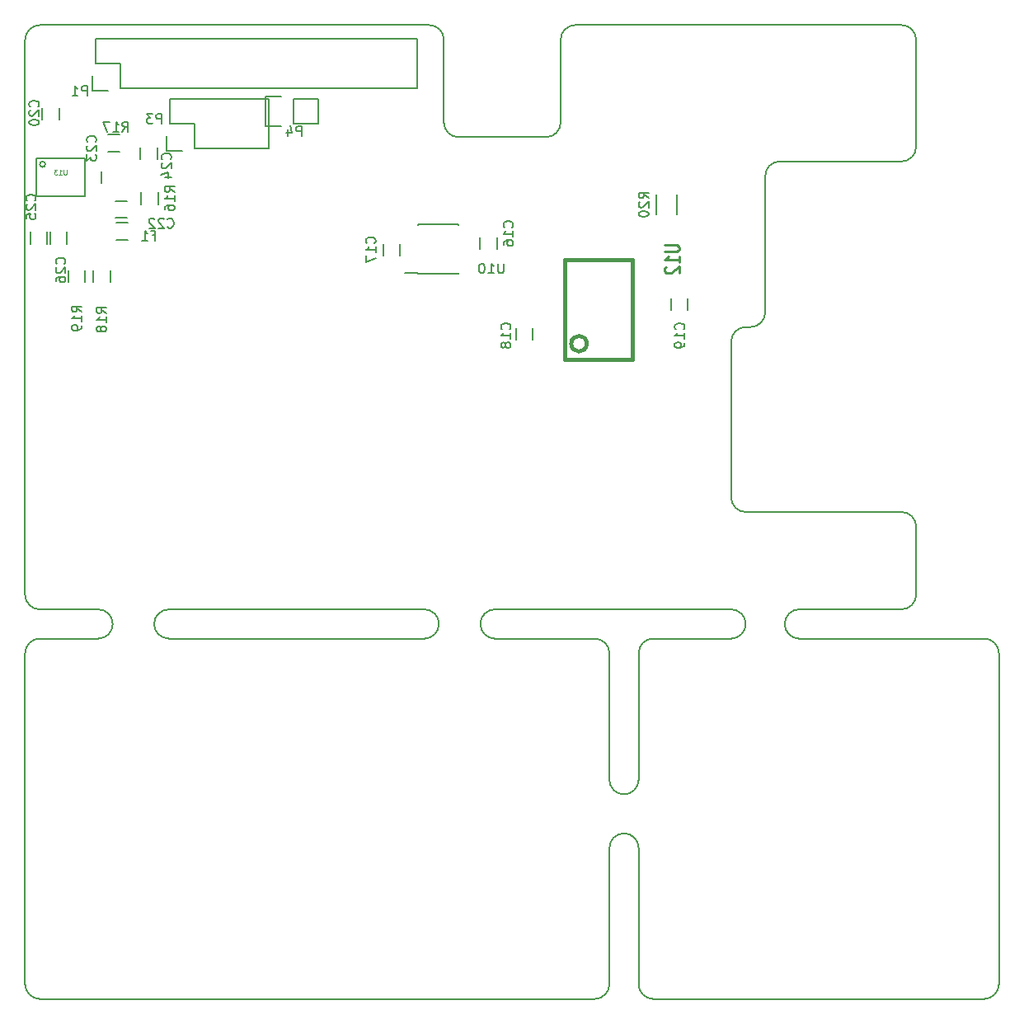
<source format=gbo>
G04 #@! TF.FileFunction,Legend,Bot*
%FSLAX46Y46*%
G04 Gerber Fmt 4.6, Leading zero omitted, Abs format (unit mm)*
G04 Created by KiCad (PCBNEW 4.0.2+e4-6225~38~ubuntu14.04.1-stable) date Tue 17 May 2016 07:45:52 AM CEST*
%MOMM*%
G01*
G04 APERTURE LIST*
%ADD10C,0.100000*%
%ADD11C,0.150000*%
%ADD12C,0.381000*%
%ADD13C,0.127000*%
%ADD14C,0.285750*%
%ADD15C,0.287020*%
%ADD16C,0.099060*%
G04 APERTURE END LIST*
D10*
D11*
X148250000Y-100000000D02*
X172500000Y-100000000D01*
X141000000Y-100000000D02*
X114750000Y-100000000D01*
X114750000Y-103000000D02*
X141000000Y-103000000D01*
X142500000Y-101500000D02*
G75*
G03X141000000Y-100000000I-1500000J0D01*
G01*
X141000000Y-103000000D02*
G75*
G03X142500000Y-101500000I0J1500000D01*
G01*
X101500000Y-100000000D02*
X107500000Y-100000000D01*
X101500000Y-103000000D02*
X107500000Y-103000000D01*
X148250000Y-100000000D02*
G75*
G03X146750000Y-101500000I0J-1500000D01*
G01*
X148250000Y-103000000D02*
X158500000Y-103000000D01*
X146750000Y-101500000D02*
G75*
G03X148250000Y-103000000I1500000J0D01*
G01*
X174000000Y-90000000D02*
X190000000Y-90000000D01*
X177500000Y-54000000D02*
X190000000Y-54000000D01*
X176000000Y-55500000D02*
X176000000Y-69500000D01*
X172500000Y-88500000D02*
X172500000Y-72500000D01*
X174000000Y-71000000D02*
X174500000Y-71000000D01*
X174500000Y-71000000D02*
G75*
G03X176000000Y-69500000I0J1500000D01*
G01*
X174000000Y-71000000D02*
G75*
G03X172500000Y-72500000I0J-1500000D01*
G01*
X161500000Y-119000000D02*
G75*
G03X163000000Y-117500000I0J1500000D01*
G01*
X163000000Y-124500000D02*
G75*
G03X161500000Y-123000000I-1500000J0D01*
G01*
X163000000Y-124500000D02*
X163000000Y-138500000D01*
X163000000Y-104500000D02*
X163000000Y-117500000D01*
X160000000Y-124500000D02*
X160000000Y-138500000D01*
X160000000Y-104500000D02*
X160000000Y-117500000D01*
X161500000Y-123000000D02*
G75*
G03X160000000Y-124500000I0J-1500000D01*
G01*
X160000000Y-117500000D02*
G75*
G03X161500000Y-119000000I1500000J0D01*
G01*
X164500000Y-103000000D02*
X172500000Y-103000000D01*
X164500000Y-140000000D02*
X198500000Y-140000000D01*
X163000000Y-138500000D02*
G75*
G03X164500000Y-140000000I1500000J0D01*
G01*
X158500000Y-140000000D02*
G75*
G03X160000000Y-138500000I0J1500000D01*
G01*
X164500000Y-103000000D02*
G75*
G03X163000000Y-104500000I0J-1500000D01*
G01*
X160000000Y-104500000D02*
G75*
G03X158500000Y-103000000I-1500000J0D01*
G01*
X113250000Y-101500000D02*
G75*
G03X114750000Y-103000000I1500000J0D01*
G01*
X114750000Y-100000000D02*
G75*
G03X113250000Y-101500000I0J-1500000D01*
G01*
X174000000Y-101500000D02*
G75*
G03X172500000Y-100000000I-1500000J0D01*
G01*
X172500000Y-103000000D02*
G75*
G03X174000000Y-101500000I0J1500000D01*
G01*
X178000000Y-101500000D02*
G75*
G03X179500000Y-103000000I1500000J0D01*
G01*
X179500000Y-100000000D02*
G75*
G03X178000000Y-101500000I0J-1500000D01*
G01*
X190000000Y-100000000D02*
X179500000Y-100000000D01*
X198500000Y-103000000D02*
X179500000Y-103000000D01*
X107500000Y-103000000D02*
G75*
G03X109000000Y-101500000I0J1500000D01*
G01*
X109000000Y-101500000D02*
G75*
G03X107500000Y-100000000I-1500000J0D01*
G01*
X198500000Y-140000000D02*
G75*
G03X200000000Y-138500000I0J1500000D01*
G01*
X200000000Y-104500000D02*
G75*
G03X198500000Y-103000000I-1500000J0D01*
G01*
X101500000Y-103000000D02*
G75*
G03X100000000Y-104500000I0J-1500000D01*
G01*
X100000000Y-138500000D02*
G75*
G03X101500000Y-140000000I1500000J0D01*
G01*
X100000000Y-104500000D02*
X100000000Y-138500000D01*
X200000000Y-104500000D02*
X200000000Y-138500000D01*
X101500000Y-140000000D02*
X158500000Y-140000000D01*
X191500000Y-91500000D02*
G75*
G03X190000000Y-90000000I-1500000J0D01*
G01*
X172500000Y-88500000D02*
G75*
G03X174000000Y-90000000I1500000J0D01*
G01*
X177500000Y-54000000D02*
G75*
G03X176000000Y-55500000I0J-1500000D01*
G01*
X190000000Y-54000000D02*
G75*
G03X191500000Y-52500000I0J1500000D01*
G01*
X191500000Y-41500000D02*
X191500000Y-52500000D01*
X143000000Y-41500000D02*
G75*
G03X141500000Y-40000000I-1500000J0D01*
G01*
X156500000Y-40000000D02*
G75*
G03X155000000Y-41500000I0J-1500000D01*
G01*
X153500000Y-51500000D02*
G75*
G03X155000000Y-50000000I0J1500000D01*
G01*
X143000000Y-50000000D02*
G75*
G03X144500000Y-51500000I1500000J0D01*
G01*
X144500000Y-51500000D02*
X153500000Y-51500000D01*
X143000000Y-41500000D02*
X143000000Y-50000000D01*
X155000000Y-41500000D02*
X155000000Y-50000000D01*
X190000000Y-40000000D02*
X156500000Y-40000000D01*
X100000000Y-41500000D02*
X100000000Y-98500000D01*
X191500000Y-91500000D02*
X191500000Y-98500000D01*
X191500000Y-41500000D02*
G75*
G03X190000000Y-40000000I-1500000J0D01*
G01*
X190000000Y-100000000D02*
G75*
G03X191500000Y-98500000I0J1500000D01*
G01*
X100000000Y-98500000D02*
G75*
G03X101500000Y-100000000I1500000J0D01*
G01*
X101500000Y-40000000D02*
G75*
G03X100000000Y-41500000I0J-1500000D01*
G01*
X101500000Y-40000000D02*
X141500000Y-40000000D01*
X117373400Y-52654200D02*
X124993400Y-52654200D01*
X124993400Y-52654200D02*
X124993400Y-47574200D01*
X124993400Y-47574200D02*
X114833400Y-47574200D01*
X114833400Y-47574200D02*
X114833400Y-50114200D01*
X116103400Y-52934200D02*
X114553400Y-52934200D01*
X114833400Y-50114200D02*
X117373400Y-50114200D01*
X117373400Y-50114200D02*
X117373400Y-52654200D01*
X114553400Y-52934200D02*
X114553400Y-51384200D01*
X107213400Y-41402000D02*
X140233400Y-41402000D01*
X109753400Y-46482000D02*
X140233400Y-46482000D01*
X140233400Y-41402000D02*
X140233400Y-46482000D01*
X107213400Y-41402000D02*
X107213400Y-43942000D01*
X108483400Y-46762000D02*
X106933400Y-46762000D01*
X107213400Y-43942000D02*
X109753400Y-43942000D01*
X109753400Y-43942000D02*
X109753400Y-46482000D01*
X106933400Y-46762000D02*
X106933400Y-45212000D01*
X124713400Y-47294200D02*
X126263400Y-47294200D01*
X130073400Y-47574200D02*
X127533400Y-47574200D01*
X127533400Y-47574200D02*
X127533400Y-50114200D01*
X126263400Y-50394200D02*
X124713400Y-50394200D01*
X124713400Y-50394200D02*
X124713400Y-47294200D01*
X127533400Y-50114200D02*
X130073400Y-50114200D01*
X130073400Y-50114200D02*
X130073400Y-47574200D01*
X140386000Y-65567000D02*
X140386000Y-65422000D01*
X144536000Y-65567000D02*
X144536000Y-65422000D01*
X144536000Y-60417000D02*
X144536000Y-60562000D01*
X140386000Y-60417000D02*
X140386000Y-60562000D01*
X140386000Y-65567000D02*
X144536000Y-65567000D01*
X140386000Y-60417000D02*
X144536000Y-60417000D01*
X140386000Y-65422000D02*
X138986000Y-65422000D01*
D12*
X157677000Y-72715000D02*
G75*
G03X157677000Y-72715000I-800000J0D01*
G01*
X162377000Y-74315000D02*
X155377000Y-74315000D01*
X155377000Y-74315000D02*
X155377000Y-64115000D01*
X155377000Y-64115000D02*
X162377000Y-64115000D01*
X162377000Y-64115000D02*
X162377000Y-74315000D01*
D13*
X101155500Y-53657500D02*
X106108500Y-53657500D01*
X106108500Y-53657500D02*
X106108500Y-57594500D01*
X106108500Y-57594500D02*
X101155500Y-57594500D01*
X101155500Y-57594500D02*
X101155500Y-53657500D01*
X102074481Y-54292500D02*
G75*
G03X102074481Y-54292500I-283981J0D01*
G01*
D11*
X109255000Y-59803000D02*
X110455000Y-59803000D01*
X110455000Y-58053000D02*
X109255000Y-58053000D01*
X109318500Y-62025500D02*
X110518500Y-62025500D01*
X110518500Y-60275500D02*
X109318500Y-60275500D01*
X148449000Y-63033200D02*
X148449000Y-61833200D01*
X146699000Y-61833200D02*
X146699000Y-63033200D01*
X138517600Y-63642800D02*
X138517600Y-62442800D01*
X136767600Y-62442800D02*
X136767600Y-63642800D01*
X166307800Y-68030800D02*
X166307800Y-69230800D01*
X168057800Y-69230800D02*
X168057800Y-68030800D01*
X150382000Y-71078800D02*
X150382000Y-72278800D01*
X152132000Y-72278800D02*
X152132000Y-71078800D01*
X104316500Y-62449000D02*
X104316500Y-61249000D01*
X102566500Y-61249000D02*
X102566500Y-62449000D01*
X102284500Y-62449000D02*
X102284500Y-61249000D01*
X100534500Y-61249000D02*
X100534500Y-62449000D01*
X111901000Y-57185000D02*
X111901000Y-58385000D01*
X113651000Y-58385000D02*
X113651000Y-57185000D01*
X107872500Y-56226000D02*
X107872500Y-55026000D01*
X106122500Y-55026000D02*
X106122500Y-56226000D01*
X109693000Y-51258500D02*
X108493000Y-51258500D01*
X108493000Y-53008500D02*
X109693000Y-53008500D01*
X101741000Y-48502000D02*
X101741000Y-49702000D01*
X103491000Y-49702000D02*
X103491000Y-48502000D01*
X113587500Y-53749500D02*
X113587500Y-52549500D01*
X111837500Y-52549500D02*
X111837500Y-53749500D01*
X106158000Y-66386000D02*
X106158000Y-65186000D01*
X104408000Y-65186000D02*
X104408000Y-66386000D01*
X108761500Y-66386000D02*
X108761500Y-65186000D01*
X107011500Y-65186000D02*
X107011500Y-66386000D01*
X166937000Y-59420000D02*
X166937000Y-57420000D01*
X164787000Y-57420000D02*
X164787000Y-59420000D01*
X114022095Y-50109381D02*
X114022095Y-49109381D01*
X113641142Y-49109381D01*
X113545904Y-49157000D01*
X113498285Y-49204619D01*
X113450666Y-49299857D01*
X113450666Y-49442714D01*
X113498285Y-49537952D01*
X113545904Y-49585571D01*
X113641142Y-49633190D01*
X114022095Y-49633190D01*
X113117333Y-49109381D02*
X112498285Y-49109381D01*
X112831619Y-49490333D01*
X112688761Y-49490333D01*
X112593523Y-49537952D01*
X112545904Y-49585571D01*
X112498285Y-49680810D01*
X112498285Y-49918905D01*
X112545904Y-50014143D01*
X112593523Y-50061762D01*
X112688761Y-50109381D01*
X112974476Y-50109381D01*
X113069714Y-50061762D01*
X113117333Y-50014143D01*
X106363995Y-47251881D02*
X106363995Y-46251881D01*
X105983042Y-46251881D01*
X105887804Y-46299500D01*
X105840185Y-46347119D01*
X105792566Y-46442357D01*
X105792566Y-46585214D01*
X105840185Y-46680452D01*
X105887804Y-46728071D01*
X105983042Y-46775690D01*
X106363995Y-46775690D01*
X104840185Y-47251881D02*
X105411614Y-47251881D01*
X105125900Y-47251881D02*
X105125900Y-46251881D01*
X105221138Y-46394738D01*
X105316376Y-46489976D01*
X105411614Y-46537595D01*
X128373095Y-51379381D02*
X128373095Y-50379381D01*
X127992142Y-50379381D01*
X127896904Y-50427000D01*
X127849285Y-50474619D01*
X127801666Y-50569857D01*
X127801666Y-50712714D01*
X127849285Y-50807952D01*
X127896904Y-50855571D01*
X127992142Y-50903190D01*
X128373095Y-50903190D01*
X126944523Y-50712714D02*
X126944523Y-51379381D01*
X127182619Y-50331762D02*
X127420714Y-51046048D01*
X126801666Y-51046048D01*
X149129595Y-64476381D02*
X149129595Y-65285905D01*
X149081976Y-65381143D01*
X149034357Y-65428762D01*
X148939119Y-65476381D01*
X148748642Y-65476381D01*
X148653404Y-65428762D01*
X148605785Y-65381143D01*
X148558166Y-65285905D01*
X148558166Y-64476381D01*
X147558166Y-65476381D02*
X148129595Y-65476381D01*
X147843881Y-65476381D02*
X147843881Y-64476381D01*
X147939119Y-64619238D01*
X148034357Y-64714476D01*
X148129595Y-64762095D01*
X146939119Y-64476381D02*
X146843880Y-64476381D01*
X146748642Y-64524000D01*
X146701023Y-64571619D01*
X146653404Y-64666857D01*
X146605785Y-64857333D01*
X146605785Y-65095429D01*
X146653404Y-65285905D01*
X146701023Y-65381143D01*
X146748642Y-65428762D01*
X146843880Y-65476381D01*
X146939119Y-65476381D01*
X147034357Y-65428762D01*
X147081976Y-65381143D01*
X147129595Y-65285905D01*
X147177214Y-65095429D01*
X147177214Y-64857333D01*
X147129595Y-64666857D01*
X147081976Y-64571619D01*
X147034357Y-64524000D01*
X146939119Y-64476381D01*
D14*
X165662429Y-62592858D02*
X166896143Y-62592858D01*
X167041286Y-62647286D01*
X167113857Y-62701715D01*
X167186429Y-62810572D01*
X167186429Y-63028286D01*
X167113857Y-63137144D01*
X167041286Y-63191572D01*
X166896143Y-63246001D01*
X165662429Y-63246001D01*
X167186429Y-64389001D02*
X167186429Y-63735858D01*
X167186429Y-64062430D02*
X165662429Y-64062430D01*
X165880143Y-63953573D01*
X166025286Y-63844715D01*
X166097857Y-63735858D01*
X165807571Y-64824429D02*
X165735000Y-64878858D01*
X165662429Y-64987715D01*
X165662429Y-65259858D01*
X165735000Y-65368715D01*
X165807571Y-65423144D01*
X165952714Y-65477572D01*
X166097857Y-65477572D01*
X166315571Y-65423144D01*
X167186429Y-64770001D01*
X167186429Y-65477572D01*
D15*
D16*
X104251518Y-54843982D02*
X104251518Y-55249052D01*
X104227690Y-55296707D01*
X104203863Y-55320535D01*
X104156207Y-55344362D01*
X104060897Y-55344362D01*
X104013242Y-55320535D01*
X103989414Y-55296707D01*
X103965586Y-55249052D01*
X103965586Y-54843982D01*
X103465206Y-55344362D02*
X103751138Y-55344362D01*
X103608172Y-55344362D02*
X103608172Y-54843982D01*
X103655827Y-54915465D01*
X103703482Y-54963120D01*
X103751138Y-54986948D01*
X103298413Y-54843982D02*
X102988654Y-54843982D01*
X103155447Y-55034603D01*
X103083965Y-55034603D01*
X103036309Y-55058431D01*
X103012482Y-55082259D01*
X102988654Y-55129914D01*
X102988654Y-55249052D01*
X103012482Y-55296707D01*
X103036309Y-55320535D01*
X103083965Y-55344362D01*
X103226930Y-55344362D01*
X103274586Y-55320535D01*
X103298413Y-55296707D01*
D11*
X114625357Y-60745643D02*
X114672976Y-60793262D01*
X114815833Y-60840881D01*
X114911071Y-60840881D01*
X115053929Y-60793262D01*
X115149167Y-60698024D01*
X115196786Y-60602786D01*
X115244405Y-60412310D01*
X115244405Y-60269452D01*
X115196786Y-60078976D01*
X115149167Y-59983738D01*
X115053929Y-59888500D01*
X114911071Y-59840881D01*
X114815833Y-59840881D01*
X114672976Y-59888500D01*
X114625357Y-59936119D01*
X114244405Y-59936119D02*
X114196786Y-59888500D01*
X114101548Y-59840881D01*
X113863452Y-59840881D01*
X113768214Y-59888500D01*
X113720595Y-59936119D01*
X113672976Y-60031357D01*
X113672976Y-60126595D01*
X113720595Y-60269452D01*
X114292024Y-60840881D01*
X113672976Y-60840881D01*
X113292024Y-59936119D02*
X113244405Y-59888500D01*
X113149167Y-59840881D01*
X112911071Y-59840881D01*
X112815833Y-59888500D01*
X112768214Y-59936119D01*
X112720595Y-60031357D01*
X112720595Y-60126595D01*
X112768214Y-60269452D01*
X113339643Y-60840881D01*
X112720595Y-60840881D01*
X113045833Y-61587071D02*
X113379167Y-61587071D01*
X113379167Y-62110881D02*
X113379167Y-61110881D01*
X112902976Y-61110881D01*
X111998214Y-62110881D02*
X112569643Y-62110881D01*
X112283929Y-62110881D02*
X112283929Y-61110881D01*
X112379167Y-61253738D01*
X112474405Y-61348976D01*
X112569643Y-61396595D01*
X150026643Y-60761643D02*
X150074262Y-60714024D01*
X150121881Y-60571167D01*
X150121881Y-60475929D01*
X150074262Y-60333071D01*
X149979024Y-60237833D01*
X149883786Y-60190214D01*
X149693310Y-60142595D01*
X149550452Y-60142595D01*
X149359976Y-60190214D01*
X149264738Y-60237833D01*
X149169500Y-60333071D01*
X149121881Y-60475929D01*
X149121881Y-60571167D01*
X149169500Y-60714024D01*
X149217119Y-60761643D01*
X150121881Y-61714024D02*
X150121881Y-61142595D01*
X150121881Y-61428309D02*
X149121881Y-61428309D01*
X149264738Y-61333071D01*
X149359976Y-61237833D01*
X149407595Y-61142595D01*
X149121881Y-62571167D02*
X149121881Y-62380690D01*
X149169500Y-62285452D01*
X149217119Y-62237833D01*
X149359976Y-62142595D01*
X149550452Y-62094976D01*
X149931405Y-62094976D01*
X150026643Y-62142595D01*
X150074262Y-62190214D01*
X150121881Y-62285452D01*
X150121881Y-62475929D01*
X150074262Y-62571167D01*
X150026643Y-62618786D01*
X149931405Y-62666405D01*
X149693310Y-62666405D01*
X149598071Y-62618786D01*
X149550452Y-62571167D01*
X149502833Y-62475929D01*
X149502833Y-62285452D01*
X149550452Y-62190214D01*
X149598071Y-62142595D01*
X149693310Y-62094976D01*
X135899743Y-62399943D02*
X135947362Y-62352324D01*
X135994981Y-62209467D01*
X135994981Y-62114229D01*
X135947362Y-61971371D01*
X135852124Y-61876133D01*
X135756886Y-61828514D01*
X135566410Y-61780895D01*
X135423552Y-61780895D01*
X135233076Y-61828514D01*
X135137838Y-61876133D01*
X135042600Y-61971371D01*
X134994981Y-62114229D01*
X134994981Y-62209467D01*
X135042600Y-62352324D01*
X135090219Y-62399943D01*
X135994981Y-63352324D02*
X135994981Y-62780895D01*
X135994981Y-63066609D02*
X134994981Y-63066609D01*
X135137838Y-62971371D01*
X135233076Y-62876133D01*
X135280695Y-62780895D01*
X134994981Y-63685657D02*
X134994981Y-64352324D01*
X135994981Y-63923752D01*
X167616143Y-71239143D02*
X167663762Y-71191524D01*
X167711381Y-71048667D01*
X167711381Y-70953429D01*
X167663762Y-70810571D01*
X167568524Y-70715333D01*
X167473286Y-70667714D01*
X167282810Y-70620095D01*
X167139952Y-70620095D01*
X166949476Y-70667714D01*
X166854238Y-70715333D01*
X166759000Y-70810571D01*
X166711381Y-70953429D01*
X166711381Y-71048667D01*
X166759000Y-71191524D01*
X166806619Y-71239143D01*
X167711381Y-72191524D02*
X167711381Y-71620095D01*
X167711381Y-71905809D02*
X166711381Y-71905809D01*
X166854238Y-71810571D01*
X166949476Y-71715333D01*
X166997095Y-71620095D01*
X167711381Y-72667714D02*
X167711381Y-72858190D01*
X167663762Y-72953429D01*
X167616143Y-73001048D01*
X167473286Y-73096286D01*
X167282810Y-73143905D01*
X166901857Y-73143905D01*
X166806619Y-73096286D01*
X166759000Y-73048667D01*
X166711381Y-72953429D01*
X166711381Y-72762952D01*
X166759000Y-72667714D01*
X166806619Y-72620095D01*
X166901857Y-72572476D01*
X167139952Y-72572476D01*
X167235190Y-72620095D01*
X167282810Y-72667714D01*
X167330429Y-72762952D01*
X167330429Y-72953429D01*
X167282810Y-73048667D01*
X167235190Y-73096286D01*
X167139952Y-73143905D01*
X149772643Y-71239143D02*
X149820262Y-71191524D01*
X149867881Y-71048667D01*
X149867881Y-70953429D01*
X149820262Y-70810571D01*
X149725024Y-70715333D01*
X149629786Y-70667714D01*
X149439310Y-70620095D01*
X149296452Y-70620095D01*
X149105976Y-70667714D01*
X149010738Y-70715333D01*
X148915500Y-70810571D01*
X148867881Y-70953429D01*
X148867881Y-71048667D01*
X148915500Y-71191524D01*
X148963119Y-71239143D01*
X149867881Y-72191524D02*
X149867881Y-71620095D01*
X149867881Y-71905809D02*
X148867881Y-71905809D01*
X149010738Y-71810571D01*
X149105976Y-71715333D01*
X149153595Y-71620095D01*
X149296452Y-72762952D02*
X149248833Y-72667714D01*
X149201214Y-72620095D01*
X149105976Y-72572476D01*
X149058357Y-72572476D01*
X148963119Y-72620095D01*
X148915500Y-72667714D01*
X148867881Y-72762952D01*
X148867881Y-72953429D01*
X148915500Y-73048667D01*
X148963119Y-73096286D01*
X149058357Y-73143905D01*
X149105976Y-73143905D01*
X149201214Y-73096286D01*
X149248833Y-73048667D01*
X149296452Y-72953429D01*
X149296452Y-72762952D01*
X149344071Y-72667714D01*
X149391690Y-72620095D01*
X149486929Y-72572476D01*
X149677405Y-72572476D01*
X149772643Y-72620095D01*
X149820262Y-72667714D01*
X149867881Y-72762952D01*
X149867881Y-72953429D01*
X149820262Y-73048667D01*
X149772643Y-73096286D01*
X149677405Y-73143905D01*
X149486929Y-73143905D01*
X149391690Y-73096286D01*
X149344071Y-73048667D01*
X149296452Y-72953429D01*
X104052643Y-64508143D02*
X104100262Y-64460524D01*
X104147881Y-64317667D01*
X104147881Y-64222429D01*
X104100262Y-64079571D01*
X104005024Y-63984333D01*
X103909786Y-63936714D01*
X103719310Y-63889095D01*
X103576452Y-63889095D01*
X103385976Y-63936714D01*
X103290738Y-63984333D01*
X103195500Y-64079571D01*
X103147881Y-64222429D01*
X103147881Y-64317667D01*
X103195500Y-64460524D01*
X103243119Y-64508143D01*
X103243119Y-64889095D02*
X103195500Y-64936714D01*
X103147881Y-65031952D01*
X103147881Y-65270048D01*
X103195500Y-65365286D01*
X103243119Y-65412905D01*
X103338357Y-65460524D01*
X103433595Y-65460524D01*
X103576452Y-65412905D01*
X104147881Y-64841476D01*
X104147881Y-65460524D01*
X103147881Y-66317667D02*
X103147881Y-66127190D01*
X103195500Y-66031952D01*
X103243119Y-65984333D01*
X103385976Y-65889095D01*
X103576452Y-65841476D01*
X103957405Y-65841476D01*
X104052643Y-65889095D01*
X104100262Y-65936714D01*
X104147881Y-66031952D01*
X104147881Y-66222429D01*
X104100262Y-66317667D01*
X104052643Y-66365286D01*
X103957405Y-66412905D01*
X103719310Y-66412905D01*
X103624071Y-66365286D01*
X103576452Y-66317667D01*
X103528833Y-66222429D01*
X103528833Y-66031952D01*
X103576452Y-65936714D01*
X103624071Y-65889095D01*
X103719310Y-65841476D01*
X101004643Y-58031143D02*
X101052262Y-57983524D01*
X101099881Y-57840667D01*
X101099881Y-57745429D01*
X101052262Y-57602571D01*
X100957024Y-57507333D01*
X100861786Y-57459714D01*
X100671310Y-57412095D01*
X100528452Y-57412095D01*
X100337976Y-57459714D01*
X100242738Y-57507333D01*
X100147500Y-57602571D01*
X100099881Y-57745429D01*
X100099881Y-57840667D01*
X100147500Y-57983524D01*
X100195119Y-58031143D01*
X100195119Y-58412095D02*
X100147500Y-58459714D01*
X100099881Y-58554952D01*
X100099881Y-58793048D01*
X100147500Y-58888286D01*
X100195119Y-58935905D01*
X100290357Y-58983524D01*
X100385595Y-58983524D01*
X100528452Y-58935905D01*
X101099881Y-58364476D01*
X101099881Y-58983524D01*
X100099881Y-59888286D02*
X100099881Y-59412095D01*
X100576071Y-59364476D01*
X100528452Y-59412095D01*
X100480833Y-59507333D01*
X100480833Y-59745429D01*
X100528452Y-59840667D01*
X100576071Y-59888286D01*
X100671310Y-59935905D01*
X100909405Y-59935905D01*
X101004643Y-59888286D01*
X101052262Y-59840667D01*
X101099881Y-59745429D01*
X101099881Y-59507333D01*
X101052262Y-59412095D01*
X101004643Y-59364476D01*
X115328381Y-57142143D02*
X114852190Y-56808809D01*
X115328381Y-56570714D02*
X114328381Y-56570714D01*
X114328381Y-56951667D01*
X114376000Y-57046905D01*
X114423619Y-57094524D01*
X114518857Y-57142143D01*
X114661714Y-57142143D01*
X114756952Y-57094524D01*
X114804571Y-57046905D01*
X114852190Y-56951667D01*
X114852190Y-56570714D01*
X115328381Y-58094524D02*
X115328381Y-57523095D01*
X115328381Y-57808809D02*
X114328381Y-57808809D01*
X114471238Y-57713571D01*
X114566476Y-57618333D01*
X114614095Y-57523095D01*
X114328381Y-58951667D02*
X114328381Y-58761190D01*
X114376000Y-58665952D01*
X114423619Y-58618333D01*
X114566476Y-58523095D01*
X114756952Y-58475476D01*
X115137905Y-58475476D01*
X115233143Y-58523095D01*
X115280762Y-58570714D01*
X115328381Y-58665952D01*
X115328381Y-58856429D01*
X115280762Y-58951667D01*
X115233143Y-58999286D01*
X115137905Y-59046905D01*
X114899810Y-59046905D01*
X114804571Y-58999286D01*
X114756952Y-58951667D01*
X114709333Y-58856429D01*
X114709333Y-58665952D01*
X114756952Y-58570714D01*
X114804571Y-58523095D01*
X114899810Y-58475476D01*
X107227643Y-51998643D02*
X107275262Y-51951024D01*
X107322881Y-51808167D01*
X107322881Y-51712929D01*
X107275262Y-51570071D01*
X107180024Y-51474833D01*
X107084786Y-51427214D01*
X106894310Y-51379595D01*
X106751452Y-51379595D01*
X106560976Y-51427214D01*
X106465738Y-51474833D01*
X106370500Y-51570071D01*
X106322881Y-51712929D01*
X106322881Y-51808167D01*
X106370500Y-51951024D01*
X106418119Y-51998643D01*
X106418119Y-52379595D02*
X106370500Y-52427214D01*
X106322881Y-52522452D01*
X106322881Y-52760548D01*
X106370500Y-52855786D01*
X106418119Y-52903405D01*
X106513357Y-52951024D01*
X106608595Y-52951024D01*
X106751452Y-52903405D01*
X107322881Y-52331976D01*
X107322881Y-52951024D01*
X106322881Y-53284357D02*
X106322881Y-53903405D01*
X106703833Y-53570071D01*
X106703833Y-53712929D01*
X106751452Y-53808167D01*
X106799071Y-53855786D01*
X106894310Y-53903405D01*
X107132405Y-53903405D01*
X107227643Y-53855786D01*
X107275262Y-53808167D01*
X107322881Y-53712929D01*
X107322881Y-53427214D01*
X107275262Y-53331976D01*
X107227643Y-53284357D01*
X109989857Y-50934881D02*
X110323191Y-50458690D01*
X110561286Y-50934881D02*
X110561286Y-49934881D01*
X110180333Y-49934881D01*
X110085095Y-49982500D01*
X110037476Y-50030119D01*
X109989857Y-50125357D01*
X109989857Y-50268214D01*
X110037476Y-50363452D01*
X110085095Y-50411071D01*
X110180333Y-50458690D01*
X110561286Y-50458690D01*
X109037476Y-50934881D02*
X109608905Y-50934881D01*
X109323191Y-50934881D02*
X109323191Y-49934881D01*
X109418429Y-50077738D01*
X109513667Y-50172976D01*
X109608905Y-50220595D01*
X108704143Y-49934881D02*
X108037476Y-49934881D01*
X108466048Y-50934881D01*
X101322143Y-48379143D02*
X101369762Y-48331524D01*
X101417381Y-48188667D01*
X101417381Y-48093429D01*
X101369762Y-47950571D01*
X101274524Y-47855333D01*
X101179286Y-47807714D01*
X100988810Y-47760095D01*
X100845952Y-47760095D01*
X100655476Y-47807714D01*
X100560238Y-47855333D01*
X100465000Y-47950571D01*
X100417381Y-48093429D01*
X100417381Y-48188667D01*
X100465000Y-48331524D01*
X100512619Y-48379143D01*
X100512619Y-48760095D02*
X100465000Y-48807714D01*
X100417381Y-48902952D01*
X100417381Y-49141048D01*
X100465000Y-49236286D01*
X100512619Y-49283905D01*
X100607857Y-49331524D01*
X100703095Y-49331524D01*
X100845952Y-49283905D01*
X101417381Y-48712476D01*
X101417381Y-49331524D01*
X100417381Y-49950571D02*
X100417381Y-50045810D01*
X100465000Y-50141048D01*
X100512619Y-50188667D01*
X100607857Y-50236286D01*
X100798333Y-50283905D01*
X101036429Y-50283905D01*
X101226905Y-50236286D01*
X101322143Y-50188667D01*
X101369762Y-50141048D01*
X101417381Y-50045810D01*
X101417381Y-49950571D01*
X101369762Y-49855333D01*
X101322143Y-49807714D01*
X101226905Y-49760095D01*
X101036429Y-49712476D01*
X100798333Y-49712476D01*
X100607857Y-49760095D01*
X100512619Y-49807714D01*
X100465000Y-49855333D01*
X100417381Y-49950571D01*
X114911143Y-53776643D02*
X114958762Y-53729024D01*
X115006381Y-53586167D01*
X115006381Y-53490929D01*
X114958762Y-53348071D01*
X114863524Y-53252833D01*
X114768286Y-53205214D01*
X114577810Y-53157595D01*
X114434952Y-53157595D01*
X114244476Y-53205214D01*
X114149238Y-53252833D01*
X114054000Y-53348071D01*
X114006381Y-53490929D01*
X114006381Y-53586167D01*
X114054000Y-53729024D01*
X114101619Y-53776643D01*
X114101619Y-54157595D02*
X114054000Y-54205214D01*
X114006381Y-54300452D01*
X114006381Y-54538548D01*
X114054000Y-54633786D01*
X114101619Y-54681405D01*
X114196857Y-54729024D01*
X114292095Y-54729024D01*
X114434952Y-54681405D01*
X115006381Y-54109976D01*
X115006381Y-54729024D01*
X114339714Y-55586167D02*
X115006381Y-55586167D01*
X113958762Y-55348071D02*
X114673048Y-55109976D01*
X114673048Y-55729024D01*
X105798881Y-69461143D02*
X105322690Y-69127809D01*
X105798881Y-68889714D02*
X104798881Y-68889714D01*
X104798881Y-69270667D01*
X104846500Y-69365905D01*
X104894119Y-69413524D01*
X104989357Y-69461143D01*
X105132214Y-69461143D01*
X105227452Y-69413524D01*
X105275071Y-69365905D01*
X105322690Y-69270667D01*
X105322690Y-68889714D01*
X105798881Y-70413524D02*
X105798881Y-69842095D01*
X105798881Y-70127809D02*
X104798881Y-70127809D01*
X104941738Y-70032571D01*
X105036976Y-69937333D01*
X105084595Y-69842095D01*
X105798881Y-70889714D02*
X105798881Y-71080190D01*
X105751262Y-71175429D01*
X105703643Y-71223048D01*
X105560786Y-71318286D01*
X105370310Y-71365905D01*
X104989357Y-71365905D01*
X104894119Y-71318286D01*
X104846500Y-71270667D01*
X104798881Y-71175429D01*
X104798881Y-70984952D01*
X104846500Y-70889714D01*
X104894119Y-70842095D01*
X104989357Y-70794476D01*
X105227452Y-70794476D01*
X105322690Y-70842095D01*
X105370310Y-70889714D01*
X105417929Y-70984952D01*
X105417929Y-71175429D01*
X105370310Y-71270667D01*
X105322690Y-71318286D01*
X105227452Y-71365905D01*
X108338881Y-69588143D02*
X107862690Y-69254809D01*
X108338881Y-69016714D02*
X107338881Y-69016714D01*
X107338881Y-69397667D01*
X107386500Y-69492905D01*
X107434119Y-69540524D01*
X107529357Y-69588143D01*
X107672214Y-69588143D01*
X107767452Y-69540524D01*
X107815071Y-69492905D01*
X107862690Y-69397667D01*
X107862690Y-69016714D01*
X108338881Y-70540524D02*
X108338881Y-69969095D01*
X108338881Y-70254809D02*
X107338881Y-70254809D01*
X107481738Y-70159571D01*
X107576976Y-70064333D01*
X107624595Y-69969095D01*
X107767452Y-71111952D02*
X107719833Y-71016714D01*
X107672214Y-70969095D01*
X107576976Y-70921476D01*
X107529357Y-70921476D01*
X107434119Y-70969095D01*
X107386500Y-71016714D01*
X107338881Y-71111952D01*
X107338881Y-71302429D01*
X107386500Y-71397667D01*
X107434119Y-71445286D01*
X107529357Y-71492905D01*
X107576976Y-71492905D01*
X107672214Y-71445286D01*
X107719833Y-71397667D01*
X107767452Y-71302429D01*
X107767452Y-71111952D01*
X107815071Y-71016714D01*
X107862690Y-70969095D01*
X107957929Y-70921476D01*
X108148405Y-70921476D01*
X108243643Y-70969095D01*
X108291262Y-71016714D01*
X108338881Y-71111952D01*
X108338881Y-71302429D01*
X108291262Y-71397667D01*
X108243643Y-71445286D01*
X108148405Y-71492905D01*
X107957929Y-71492905D01*
X107862690Y-71445286D01*
X107815071Y-71397667D01*
X107767452Y-71302429D01*
X164014381Y-57777143D02*
X163538190Y-57443809D01*
X164014381Y-57205714D02*
X163014381Y-57205714D01*
X163014381Y-57586667D01*
X163062000Y-57681905D01*
X163109619Y-57729524D01*
X163204857Y-57777143D01*
X163347714Y-57777143D01*
X163442952Y-57729524D01*
X163490571Y-57681905D01*
X163538190Y-57586667D01*
X163538190Y-57205714D01*
X163109619Y-58158095D02*
X163062000Y-58205714D01*
X163014381Y-58300952D01*
X163014381Y-58539048D01*
X163062000Y-58634286D01*
X163109619Y-58681905D01*
X163204857Y-58729524D01*
X163300095Y-58729524D01*
X163442952Y-58681905D01*
X164014381Y-58110476D01*
X164014381Y-58729524D01*
X163014381Y-59348571D02*
X163014381Y-59443810D01*
X163062000Y-59539048D01*
X163109619Y-59586667D01*
X163204857Y-59634286D01*
X163395333Y-59681905D01*
X163633429Y-59681905D01*
X163823905Y-59634286D01*
X163919143Y-59586667D01*
X163966762Y-59539048D01*
X164014381Y-59443810D01*
X164014381Y-59348571D01*
X163966762Y-59253333D01*
X163919143Y-59205714D01*
X163823905Y-59158095D01*
X163633429Y-59110476D01*
X163395333Y-59110476D01*
X163204857Y-59158095D01*
X163109619Y-59205714D01*
X163062000Y-59253333D01*
X163014381Y-59348571D01*
M02*

</source>
